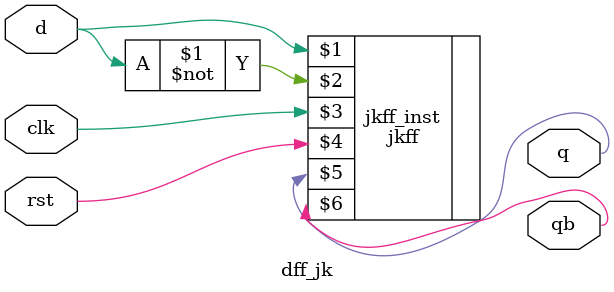
<source format=v>
module dff_jk(d,clk,rst,q,qb);
input d,clk,rst;
output q,qb;

jkff jkff_inst(d,(~d),clk,rst,q,qb);

endmodule
</source>
